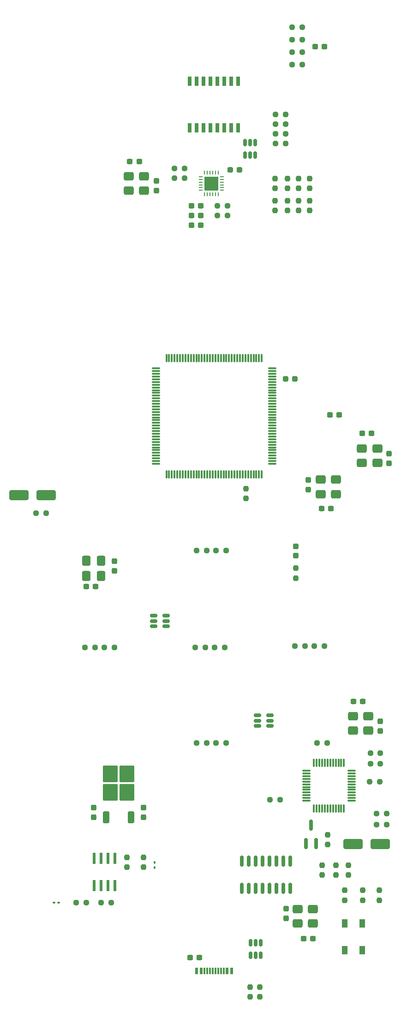
<source format=gbr>
%TF.GenerationSoftware,KiCad,Pcbnew,9.0.3*%
%TF.CreationDate,2025-10-29T18:24:37+01:00*%
%TF.ProjectId,PCB_Tarjeta_DevOps,5043425f-5461-4726-9a65-74615f446576,rev?*%
%TF.SameCoordinates,Original*%
%TF.FileFunction,Paste,Top*%
%TF.FilePolarity,Positive*%
%FSLAX46Y46*%
G04 Gerber Fmt 4.6, Leading zero omitted, Abs format (unit mm)*
G04 Created by KiCad (PCBNEW 9.0.3) date 2025-10-29 18:24:37*
%MOMM*%
%LPD*%
G01*
G04 APERTURE LIST*
G04 Aperture macros list*
%AMRoundRect*
0 Rectangle with rounded corners*
0 $1 Rounding radius*
0 $2 $3 $4 $5 $6 $7 $8 $9 X,Y pos of 4 corners*
0 Add a 4 corners polygon primitive as box body*
4,1,4,$2,$3,$4,$5,$6,$7,$8,$9,$2,$3,0*
0 Add four circle primitives for the rounded corners*
1,1,$1+$1,$2,$3*
1,1,$1+$1,$4,$5*
1,1,$1+$1,$6,$7*
1,1,$1+$1,$8,$9*
0 Add four rect primitives between the rounded corners*
20,1,$1+$1,$2,$3,$4,$5,0*
20,1,$1+$1,$4,$5,$6,$7,0*
20,1,$1+$1,$6,$7,$8,$9,0*
20,1,$1+$1,$8,$9,$2,$3,0*%
G04 Aperture macros list end*
%ADD10C,0.000000*%
%ADD11R,1.000000X1.500000*%
%ADD12RoundRect,0.237500X-0.237500X0.250000X-0.237500X-0.250000X0.237500X-0.250000X0.237500X0.250000X0*%
%ADD13RoundRect,0.237500X-0.300000X-0.237500X0.300000X-0.237500X0.300000X0.237500X-0.300000X0.237500X0*%
%ADD14RoundRect,0.237500X-0.250000X-0.237500X0.250000X-0.237500X0.250000X0.237500X-0.250000X0.237500X0*%
%ADD15RoundRect,0.237500X0.237500X-0.250000X0.237500X0.250000X-0.237500X0.250000X-0.237500X-0.250000X0*%
%ADD16RoundRect,0.237500X0.300000X0.237500X-0.300000X0.237500X-0.300000X-0.237500X0.300000X-0.237500X0*%
%ADD17RoundRect,0.237500X0.250000X0.237500X-0.250000X0.237500X-0.250000X-0.237500X0.250000X-0.237500X0*%
%ADD18RoundRect,0.250000X1.125000X-1.275000X1.125000X1.275000X-1.125000X1.275000X-1.125000X-1.275000X0*%
%ADD19RoundRect,0.250000X0.350000X-0.850000X0.350000X0.850000X-0.350000X0.850000X-0.350000X-0.850000X0*%
%ADD20R,0.762000X0.254000*%
%ADD21R,0.254000X0.762000*%
%ADD22R,2.590800X2.590800*%
%ADD23R,0.760000X1.670000*%
%ADD24RoundRect,0.237500X0.237500X-0.300000X0.237500X0.300000X-0.237500X0.300000X-0.237500X-0.300000X0*%
%ADD25RoundRect,0.250000X1.500000X0.650000X-1.500000X0.650000X-1.500000X-0.650000X1.500000X-0.650000X0*%
%ADD26R,0.600000X1.160000*%
%ADD27R,0.300000X1.160000*%
%ADD28RoundRect,0.150000X-0.512500X-0.150000X0.512500X-0.150000X0.512500X0.150000X-0.512500X0.150000X0*%
%ADD29RoundRect,0.150000X0.150000X-0.512500X0.150000X0.512500X-0.150000X0.512500X-0.150000X-0.512500X0*%
%ADD30RoundRect,0.250001X-0.519999X-0.649999X0.519999X-0.649999X0.519999X0.649999X-0.519999X0.649999X0*%
%ADD31RoundRect,0.075000X-0.075000X0.662500X-0.075000X-0.662500X0.075000X-0.662500X0.075000X0.662500X0*%
%ADD32RoundRect,0.075000X-0.662500X0.075000X-0.662500X-0.075000X0.662500X-0.075000X0.662500X0.075000X0*%
%ADD33RoundRect,0.175000X0.175000X-0.825000X0.175000X0.825000X-0.175000X0.825000X-0.175000X-0.825000X0*%
%ADD34RoundRect,0.071250X0.213750X-0.913750X0.213750X0.913750X-0.213750X0.913750X-0.213750X-0.913750X0*%
%ADD35RoundRect,0.150000X0.150000X-0.825000X0.150000X0.825000X-0.150000X0.825000X-0.150000X-0.825000X0*%
%ADD36RoundRect,0.237500X-0.237500X0.300000X-0.237500X-0.300000X0.237500X-0.300000X0.237500X0.300000X0*%
%ADD37RoundRect,0.250001X0.649999X-0.519999X0.649999X0.519999X-0.649999X0.519999X-0.649999X-0.519999X0*%
%ADD38RoundRect,0.250001X-0.649999X0.519999X-0.649999X-0.519999X0.649999X-0.519999X0.649999X0.519999X0*%
%ADD39RoundRect,0.090000X-0.139000X-0.090000X0.139000X-0.090000X0.139000X0.090000X-0.139000X0.090000X0*%
%ADD40RoundRect,0.150000X-0.150000X0.512500X-0.150000X-0.512500X0.150000X-0.512500X0.150000X0.512500X0*%
%ADD41RoundRect,0.090000X-0.090000X0.139000X-0.090000X-0.139000X0.090000X-0.139000X0.090000X0.139000X0*%
%ADD42RoundRect,0.237500X0.287500X0.237500X-0.287500X0.237500X-0.287500X-0.237500X0.287500X-0.237500X0*%
%ADD43RoundRect,0.075000X0.662500X0.075000X-0.662500X0.075000X-0.662500X-0.075000X0.662500X-0.075000X0*%
%ADD44RoundRect,0.075000X0.075000X0.662500X-0.075000X0.662500X-0.075000X-0.662500X0.075000X-0.662500X0*%
G04 APERTURE END LIST*
D10*
%TO.C,U701*%
G36*
X173576000Y-99766000D02*
G01*
X172480600Y-99766000D01*
X172480600Y-98670600D01*
X173576000Y-98670600D01*
X173576000Y-99766000D01*
G37*
G36*
X173576000Y-101061400D02*
G01*
X172480600Y-101061400D01*
X172480600Y-99966000D01*
X173576000Y-99966000D01*
X173576000Y-101061400D01*
G37*
G36*
X174871400Y-99766000D02*
G01*
X173776000Y-99766000D01*
X173776000Y-98670600D01*
X174871400Y-98670600D01*
X174871400Y-99766000D01*
G37*
G36*
X174871400Y-101061400D02*
G01*
X173776000Y-101061400D01*
X173776000Y-99966000D01*
X174871400Y-99966000D01*
X174871400Y-101061400D01*
G37*
%TD*%
D11*
%TO.C,D401*%
X201384000Y-235638000D03*
X198184000Y-235638000D03*
X198184000Y-240538000D03*
X201384000Y-240538000D03*
%TD*%
D12*
%TO.C,R202*%
X161236000Y-223491500D03*
X161236000Y-225316500D03*
%TD*%
D13*
%TO.C,C705*%
X158713500Y-95872000D03*
X160438500Y-95872000D03*
%TD*%
D14*
%TO.C,R701*%
X166921500Y-98850000D03*
X168746500Y-98850000D03*
%TD*%
D15*
%TO.C,R703*%
X189678000Y-104842500D03*
X189678000Y-103017500D03*
%TD*%
D16*
%TO.C,C623*%
X195608500Y-159472000D03*
X193883500Y-159472000D03*
%TD*%
D17*
%TO.C,R411*%
X205830500Y-217468000D03*
X204005500Y-217468000D03*
%TD*%
D18*
%TO.C,U201*%
X155133000Y-211533000D03*
X158183000Y-211533000D03*
X155133000Y-208183000D03*
X158183000Y-208183000D03*
D19*
X154378000Y-216158000D03*
X158938000Y-216158000D03*
%TD*%
D14*
%TO.C,R707*%
X174795500Y-103930000D03*
X176620500Y-103930000D03*
%TD*%
%TO.C,R104*%
X188511500Y-78022000D03*
X190336500Y-78022000D03*
%TD*%
D12*
%TO.C,R706*%
X191710000Y-103017500D03*
X191710000Y-104842500D03*
%TD*%
D14*
%TO.C,R605*%
X174541500Y-202482000D03*
X176366500Y-202482000D03*
%TD*%
D17*
%TO.C,R410*%
X204690500Y-204360000D03*
X202865500Y-204360000D03*
%TD*%
D20*
%TO.C,U701*%
X171707500Y-98616000D03*
X171707500Y-99115999D03*
X171707500Y-99616000D03*
X171707500Y-100116000D03*
X171707500Y-100616001D03*
X171707500Y-101116000D03*
D21*
X172426000Y-101834500D03*
X172925999Y-101834500D03*
X173426000Y-101834500D03*
X173926000Y-101834500D03*
X174426001Y-101834500D03*
X174926000Y-101834500D03*
D20*
X175644500Y-101116000D03*
X175644500Y-100616001D03*
X175644500Y-100116000D03*
X175644500Y-99616000D03*
X175644500Y-99115999D03*
X175644500Y-98616000D03*
D21*
X174926000Y-97897500D03*
X174426001Y-97897500D03*
X173926000Y-97897500D03*
X173426000Y-97897500D03*
X172925999Y-97897500D03*
X172426000Y-97897500D03*
D22*
X173676000Y-99866000D03*
%TD*%
D23*
%TO.C,T701*%
X169739000Y-89653000D03*
X171009000Y-89653000D03*
X172279000Y-89653000D03*
X173549000Y-89653000D03*
X174819000Y-89653000D03*
X176089000Y-89653000D03*
X177359000Y-89653000D03*
X178629000Y-89653000D03*
X178629000Y-81123000D03*
X177359000Y-81123000D03*
X176089000Y-81123000D03*
X174819000Y-81123000D03*
X173549000Y-81123000D03*
X172279000Y-81123000D03*
X171009000Y-81123000D03*
X169739000Y-81123000D03*
%TD*%
D24*
%TO.C,C408*%
X204664000Y-200296500D03*
X204664000Y-198571500D03*
%TD*%
D14*
%TO.C,R609*%
X170985500Y-167176000D03*
X172810500Y-167176000D03*
%TD*%
%TO.C,R613*%
X170731500Y-184956000D03*
X172556500Y-184956000D03*
%TD*%
D12*
%TO.C,R415*%
X196536000Y-224937500D03*
X196536000Y-226762500D03*
%TD*%
D15*
%TO.C,R705*%
X185360000Y-104842500D03*
X185360000Y-103017500D03*
%TD*%
D25*
%TO.C,D501*%
X143410000Y-157016000D03*
X138410000Y-157016000D03*
%TD*%
D14*
%TO.C,R413*%
X204005500Y-215436000D03*
X205830500Y-215436000D03*
%TD*%
D17*
%TO.C,R407*%
X204560500Y-209594000D03*
X202735500Y-209594000D03*
%TD*%
D24*
%TO.C,C203*%
X152092000Y-216122500D03*
X152092000Y-214397500D03*
%TD*%
D16*
%TO.C,C703*%
X171744500Y-107486000D03*
X170019500Y-107486000D03*
%TD*%
D17*
%TO.C,R417*%
X186272500Y-212896000D03*
X184447500Y-212896000D03*
%TD*%
D26*
%TO.C,J106*%
X170984000Y-244309000D03*
X171784000Y-244309000D03*
D27*
X172934000Y-244309000D03*
X173934000Y-244309000D03*
X174434000Y-244309000D03*
X175434000Y-244309000D03*
D26*
X176584000Y-244309000D03*
X177384000Y-244309000D03*
X177384000Y-244309000D03*
X176584000Y-244309000D03*
D27*
X175934000Y-244309000D03*
X174934000Y-244309000D03*
X173434000Y-244309000D03*
X172434000Y-244309000D03*
D26*
X171784000Y-244309000D03*
X170984000Y-244309000D03*
%TD*%
D28*
%TO.C,U603*%
X163140500Y-179180000D03*
X163140500Y-180130000D03*
X163140500Y-181080000D03*
X165415500Y-181080000D03*
X165415500Y-180130000D03*
X165415500Y-179180000D03*
%TD*%
D14*
%TO.C,R107*%
X188511500Y-73450000D03*
X190336500Y-73450000D03*
%TD*%
D29*
%TO.C,U302*%
X180854000Y-241465500D03*
X181804000Y-241465500D03*
X182754000Y-241465500D03*
X182754000Y-239190500D03*
X181804000Y-239190500D03*
X180854000Y-239190500D03*
%TD*%
D30*
%TO.C,Y501*%
X150746000Y-171878000D03*
X153426000Y-171878000D03*
X153426000Y-169078000D03*
X150746000Y-169078000D03*
%TD*%
D17*
%TO.C,R501*%
X143346500Y-160318000D03*
X141521500Y-160318000D03*
%TD*%
D15*
%TO.C,R712*%
X191710000Y-100778500D03*
X191710000Y-98953500D03*
%TD*%
D14*
%TO.C,R611*%
X150515000Y-184956000D03*
X152340000Y-184956000D03*
%TD*%
D12*
%TO.C,R402*%
X198184000Y-229538000D03*
X198184000Y-231363000D03*
%TD*%
D15*
%TO.C,R704*%
X187646000Y-104842500D03*
X187646000Y-103017500D03*
%TD*%
D14*
%TO.C,R604*%
X174541500Y-167176000D03*
X176366500Y-167176000D03*
%TD*%
%TO.C,R608*%
X174287500Y-184956000D03*
X176112500Y-184956000D03*
%TD*%
D24*
%TO.C,C704*%
X163640000Y-101153000D03*
X163640000Y-99428000D03*
%TD*%
D17*
%TO.C,R702*%
X168746500Y-97072000D03*
X166921500Y-97072000D03*
%TD*%
D15*
%TO.C,R414*%
X193996000Y-226762500D03*
X193996000Y-224937500D03*
%TD*%
D13*
%TO.C,C102*%
X192726000Y-74720000D03*
X194451000Y-74720000D03*
%TD*%
D31*
%TO.C,U401*%
X198016000Y-206193500D03*
X197516000Y-206193500D03*
X197016000Y-206193500D03*
X196516000Y-206193500D03*
X196016000Y-206193500D03*
X195516000Y-206193500D03*
X195016000Y-206193500D03*
X194516000Y-206193500D03*
X194016000Y-206193500D03*
X193516000Y-206193500D03*
X193016000Y-206193500D03*
X192516000Y-206193500D03*
D32*
X191103500Y-207606000D03*
X191103500Y-208106000D03*
X191103500Y-208606000D03*
X191103500Y-209106000D03*
X191103500Y-209606000D03*
X191103500Y-210106000D03*
X191103500Y-210606000D03*
X191103500Y-211106000D03*
X191103500Y-211606000D03*
X191103500Y-212106000D03*
X191103500Y-212606000D03*
X191103500Y-213106000D03*
D31*
X192516000Y-214518500D03*
X193016000Y-214518500D03*
X193516000Y-214518500D03*
X194016000Y-214518500D03*
X194516000Y-214518500D03*
X195016000Y-214518500D03*
X195516000Y-214518500D03*
X196016000Y-214518500D03*
X196516000Y-214518500D03*
X197016000Y-214518500D03*
X197516000Y-214518500D03*
X198016000Y-214518500D03*
D32*
X199428500Y-213106000D03*
X199428500Y-212606000D03*
X199428500Y-212106000D03*
X199428500Y-211606000D03*
X199428500Y-211106000D03*
X199428500Y-210606000D03*
X199428500Y-210106000D03*
X199428500Y-209606000D03*
X199428500Y-209106000D03*
X199428500Y-208606000D03*
X199428500Y-208106000D03*
X199428500Y-207606000D03*
%TD*%
D33*
%TO.C,Q401*%
X191014000Y-220946000D03*
X192914000Y-220946000D03*
X191964000Y-217546000D03*
%TD*%
D34*
%TO.C,U202*%
X152219000Y-228657000D03*
X153489000Y-228657000D03*
X154759000Y-228657000D03*
X156029000Y-228657000D03*
X156029000Y-223707000D03*
X154759000Y-223707000D03*
X153489000Y-223707000D03*
X152219000Y-223707000D03*
%TD*%
D35*
%TO.C,U301*%
X179264000Y-229152000D03*
X180534000Y-229152000D03*
X181804000Y-229152000D03*
X183074000Y-229152000D03*
X184344000Y-229152000D03*
X185614000Y-229152000D03*
X186884000Y-229152000D03*
X188154000Y-229152000D03*
X188154000Y-224202000D03*
X186884000Y-224202000D03*
X185614000Y-224202000D03*
X184344000Y-224202000D03*
X183074000Y-224202000D03*
X181804000Y-224202000D03*
X180534000Y-224202000D03*
X179264000Y-224202000D03*
%TD*%
D15*
%TO.C,R403*%
X204534000Y-231363000D03*
X204534000Y-229538000D03*
%TD*%
D24*
%TO.C,C602*%
X206281500Y-151174000D03*
X206281500Y-149449000D03*
%TD*%
D14*
%TO.C,R101*%
X148888500Y-231770000D03*
X150713500Y-231770000D03*
%TD*%
D36*
%TO.C,C302*%
X187392000Y-232941178D03*
X187392000Y-234666178D03*
%TD*%
D37*
%TO.C,Y401*%
X202508000Y-200266000D03*
X202508000Y-197586000D03*
X199708000Y-197586000D03*
X199708000Y-200266000D03*
%TD*%
D14*
%TO.C,R106*%
X188511500Y-71164000D03*
X190336500Y-71164000D03*
%TD*%
D13*
%TO.C,C501*%
X150733500Y-173848000D03*
X152458500Y-173848000D03*
%TD*%
D14*
%TO.C,R715*%
X185463500Y-88944000D03*
X187288500Y-88944000D03*
%TD*%
D36*
%TO.C,C622*%
X191444000Y-154291500D03*
X191444000Y-156016500D03*
%TD*%
%TO.C,C502*%
X155914000Y-169175500D03*
X155914000Y-170900500D03*
%TD*%
D38*
%TO.C,Y602*%
X193784000Y-154198000D03*
X193784000Y-156878000D03*
X196584000Y-156878000D03*
X196584000Y-154198000D03*
%TD*%
D39*
%TO.C,D102*%
X144795500Y-231770000D03*
X145660500Y-231770000D03*
%TD*%
D40*
%TO.C,U702*%
X181738000Y-92378500D03*
X180788000Y-92378500D03*
X179838000Y-92378500D03*
X179838000Y-94653500D03*
X180788000Y-94653500D03*
X181738000Y-94653500D03*
%TD*%
D15*
%TO.C,R709*%
X189678000Y-100778500D03*
X189678000Y-98953500D03*
%TD*%
D14*
%TO.C,R610*%
X170985500Y-202482000D03*
X172810500Y-202482000D03*
%TD*%
D41*
%TO.C,D101*%
X163268000Y-224479500D03*
X163268000Y-225344500D03*
%TD*%
D37*
%TO.C,Y601*%
X204125500Y-151143500D03*
X204125500Y-148463500D03*
X201325500Y-148463500D03*
X201325500Y-151143500D03*
%TD*%
D17*
%TO.C,R708*%
X176620500Y-105708000D03*
X174795500Y-105708000D03*
%TD*%
D13*
%TO.C,C409*%
X199737500Y-194862000D03*
X201462500Y-194862000D03*
%TD*%
D14*
%TO.C,R612*%
X189019500Y-184702000D03*
X190844500Y-184702000D03*
%TD*%
D36*
%TO.C,C407*%
X189170000Y-166417000D03*
X189170000Y-168142000D03*
%TD*%
D38*
%TO.C,Y301*%
X189548000Y-232971678D03*
X189548000Y-235651678D03*
X192348000Y-235651678D03*
X192348000Y-232971678D03*
%TD*%
D16*
%TO.C,C303*%
X192318500Y-238375678D03*
X190593500Y-238375678D03*
%TD*%
D42*
%TO.C,L601*%
X189029000Y-135680000D03*
X187279000Y-135680000D03*
%TD*%
D15*
%TO.C,R601*%
X180026000Y-157674500D03*
X180026000Y-155849500D03*
%TD*%
D25*
%TO.C,D402*%
X204664000Y-221024000D03*
X199664000Y-221024000D03*
%TD*%
D14*
%TO.C,R606*%
X154071000Y-184956000D03*
X155896000Y-184956000D03*
%TD*%
%TO.C,R714*%
X185463500Y-92500000D03*
X187288500Y-92500000D03*
%TD*%
D16*
%TO.C,C702*%
X171744500Y-105708000D03*
X170019500Y-105708000D03*
%TD*%
D15*
%TO.C,R412*%
X195012000Y-221174500D03*
X195012000Y-219349500D03*
%TD*%
D12*
%TO.C,R203*%
X158188000Y-223491500D03*
X158188000Y-225316500D03*
%TD*%
D15*
%TO.C,R711*%
X185360000Y-100778500D03*
X185360000Y-98953500D03*
%TD*%
D28*
%TO.C,U604*%
X182190500Y-197468000D03*
X182190500Y-198418000D03*
X182190500Y-199368000D03*
X184465500Y-199368000D03*
X184465500Y-198418000D03*
X184465500Y-197468000D03*
%TD*%
D14*
%TO.C,R201*%
X153465500Y-231770000D03*
X155290500Y-231770000D03*
%TD*%
%TO.C,R713*%
X185463500Y-90722000D03*
X187288500Y-90722000D03*
%TD*%
D17*
%TO.C,R409*%
X204690500Y-206362000D03*
X202865500Y-206362000D03*
%TD*%
D14*
%TO.C,R716*%
X185463500Y-87166000D03*
X187288500Y-87166000D03*
%TD*%
D13*
%TO.C,C605*%
X195419500Y-142284000D03*
X197144500Y-142284000D03*
%TD*%
D24*
%TO.C,C204*%
X161236000Y-216122500D03*
X161236000Y-214397500D03*
%TD*%
D14*
%TO.C,R607*%
X192575500Y-184702000D03*
X194400500Y-184702000D03*
%TD*%
%TO.C,R105*%
X188511500Y-75736000D03*
X190336500Y-75736000D03*
%TD*%
D37*
%TO.C,Y701*%
X161360000Y-101206000D03*
X161360000Y-98526000D03*
X158560000Y-98526000D03*
X158560000Y-101206000D03*
%TD*%
D15*
%TO.C,R408*%
X189170000Y-172256000D03*
X189170000Y-170431000D03*
%TD*%
D17*
%TO.C,R406*%
X194896500Y-202494000D03*
X193071500Y-202494000D03*
%TD*%
D15*
%TO.C,R710*%
X187646000Y-100778500D03*
X187646000Y-98953500D03*
%TD*%
D43*
%TO.C,U605*%
X184846500Y-151288000D03*
X184846500Y-150788000D03*
X184846500Y-150288000D03*
X184846500Y-149788000D03*
X184846500Y-149288000D03*
X184846500Y-148788000D03*
X184846500Y-148288000D03*
X184846500Y-147788000D03*
X184846500Y-147288000D03*
X184846500Y-146788000D03*
X184846500Y-146288000D03*
X184846500Y-145788000D03*
X184846500Y-145288000D03*
X184846500Y-144788000D03*
X184846500Y-144288000D03*
X184846500Y-143788000D03*
X184846500Y-143288000D03*
X184846500Y-142788000D03*
X184846500Y-142288000D03*
X184846500Y-141788000D03*
X184846500Y-141288000D03*
X184846500Y-140788000D03*
X184846500Y-140288000D03*
X184846500Y-139788000D03*
X184846500Y-139288000D03*
X184846500Y-138788000D03*
X184846500Y-138288000D03*
X184846500Y-137788000D03*
X184846500Y-137288000D03*
X184846500Y-136788000D03*
X184846500Y-136288000D03*
X184846500Y-135788000D03*
X184846500Y-135288000D03*
X184846500Y-134788000D03*
X184846500Y-134288000D03*
X184846500Y-133788000D03*
D44*
X182934000Y-131875500D03*
X182434000Y-131875500D03*
X181934000Y-131875500D03*
X181434000Y-131875500D03*
X180934000Y-131875500D03*
X180434000Y-131875500D03*
X179934000Y-131875500D03*
X179434000Y-131875500D03*
X178934000Y-131875500D03*
X178434000Y-131875500D03*
X177934000Y-131875500D03*
X177434000Y-131875500D03*
X176934000Y-131875500D03*
X176434000Y-131875500D03*
X175934000Y-131875500D03*
X175434000Y-131875500D03*
X174934000Y-131875500D03*
X174434000Y-131875500D03*
X173934000Y-131875500D03*
X173434000Y-131875500D03*
X172934000Y-131875500D03*
X172434000Y-131875500D03*
X171934000Y-131875500D03*
X171434000Y-131875500D03*
X170934000Y-131875500D03*
X170434000Y-131875500D03*
X169934000Y-131875500D03*
X169434000Y-131875500D03*
X168934000Y-131875500D03*
X168434000Y-131875500D03*
X167934000Y-131875500D03*
X167434000Y-131875500D03*
X166934000Y-131875500D03*
X166434000Y-131875500D03*
X165934000Y-131875500D03*
X165434000Y-131875500D03*
D43*
X163521500Y-133788000D03*
X163521500Y-134288000D03*
X163521500Y-134788000D03*
X163521500Y-135288000D03*
X163521500Y-135788000D03*
X163521500Y-136288000D03*
X163521500Y-136788000D03*
X163521500Y-137288000D03*
X163521500Y-137788000D03*
X163521500Y-138288000D03*
X163521500Y-138788000D03*
X163521500Y-139288000D03*
X163521500Y-139788000D03*
X163521500Y-140288000D03*
X163521500Y-140788000D03*
X163521500Y-141288000D03*
X163521500Y-141788000D03*
X163521500Y-142288000D03*
X163521500Y-142788000D03*
X163521500Y-143288000D03*
X163521500Y-143788000D03*
X163521500Y-144288000D03*
X163521500Y-144788000D03*
X163521500Y-145288000D03*
X163521500Y-145788000D03*
X163521500Y-146288000D03*
X163521500Y-146788000D03*
X163521500Y-147288000D03*
X163521500Y-147788000D03*
X163521500Y-148288000D03*
X163521500Y-148788000D03*
X163521500Y-149288000D03*
X163521500Y-149788000D03*
X163521500Y-150288000D03*
X163521500Y-150788000D03*
X163521500Y-151288000D03*
D44*
X165434000Y-153200500D03*
X165934000Y-153200500D03*
X166434000Y-153200500D03*
X166934000Y-153200500D03*
X167434000Y-153200500D03*
X167934000Y-153200500D03*
X168434000Y-153200500D03*
X168934000Y-153200500D03*
X169434000Y-153200500D03*
X169934000Y-153200500D03*
X170434000Y-153200500D03*
X170934000Y-153200500D03*
X171434000Y-153200500D03*
X171934000Y-153200500D03*
X172434000Y-153200500D03*
X172934000Y-153200500D03*
X173434000Y-153200500D03*
X173934000Y-153200500D03*
X174434000Y-153200500D03*
X174934000Y-153200500D03*
X175434000Y-153200500D03*
X175934000Y-153200500D03*
X176434000Y-153200500D03*
X176934000Y-153200500D03*
X177434000Y-153200500D03*
X177934000Y-153200500D03*
X178434000Y-153200500D03*
X178934000Y-153200500D03*
X179434000Y-153200500D03*
X179934000Y-153200500D03*
X180434000Y-153200500D03*
X180934000Y-153200500D03*
X181434000Y-153200500D03*
X181934000Y-153200500D03*
X182434000Y-153200500D03*
X182934000Y-153200500D03*
%TD*%
D16*
%TO.C,C101*%
X171490500Y-241852000D03*
X169765500Y-241852000D03*
%TD*%
D12*
%TO.C,R401*%
X201486000Y-229538000D03*
X201486000Y-231363000D03*
%TD*%
D13*
%TO.C,C603*%
X201355000Y-145739500D03*
X203080000Y-145739500D03*
%TD*%
D12*
%TO.C,R103*%
X182566000Y-247289500D03*
X182566000Y-249114500D03*
%TD*%
D42*
%TO.C,L701*%
X178869000Y-97326000D03*
X177119000Y-97326000D03*
%TD*%
D12*
%TO.C,R102*%
X180788000Y-247289500D03*
X180788000Y-249114500D03*
%TD*%
D15*
%TO.C,R416*%
X198822000Y-226762500D03*
X198822000Y-224937500D03*
%TD*%
D16*
%TO.C,C701*%
X171744500Y-103930000D03*
X170019500Y-103930000D03*
%TD*%
M02*

</source>
